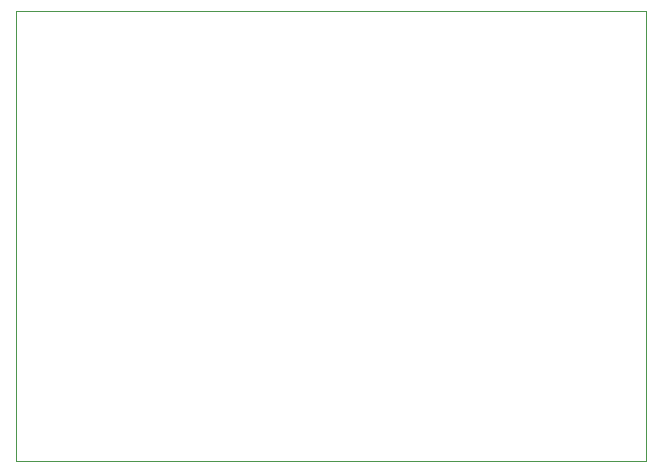
<source format=gko>
G04 #@! TF.GenerationSoftware,KiCad,Pcbnew,(5.0.2)-1*
G04 #@! TF.CreationDate,2019-06-19T11:59:55+10:00*
G04 #@! TF.ProjectId,C-Beeper,432d4265-6570-4657-922e-6b696361645f,rev?*
G04 #@! TF.SameCoordinates,Original*
G04 #@! TF.FileFunction,Profile,NP*
%FSLAX46Y46*%
G04 Gerber Fmt 4.6, Leading zero omitted, Abs format (unit mm)*
G04 Created by KiCad (PCBNEW (5.0.2)-1) date 19/06/2019 11:59:55 AM*
%MOMM*%
%LPD*%
G01*
G04 APERTURE LIST*
%ADD10C,0.050000*%
G04 APERTURE END LIST*
D10*
X195580000Y-71120000D02*
X142240000Y-71120000D01*
X195580000Y-109220000D02*
X195580000Y-71120000D01*
X142240000Y-109220000D02*
X195580000Y-109220000D01*
X142240000Y-71120000D02*
X142240000Y-109220000D01*
M02*

</source>
